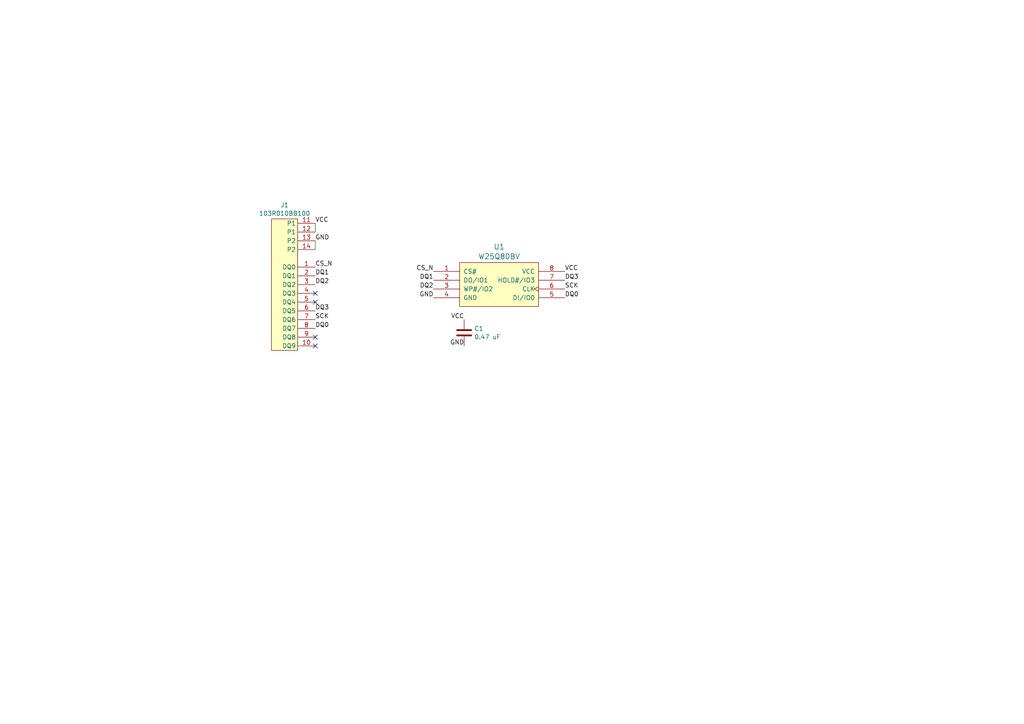
<source format=kicad_sch>
(kicad_sch (version 20231120) (generator "eeschema") (generator_version "8.0")
  (paper "A4")
  (lib_symbols
    (symbol "device:C" (pin_numbers hide) (pin_names (offset 0.254))
      (property "Reference" "C" (at 0.635 2.54 0))
      (property "Value" "C" (at 0.635 -2.54 0))
      (symbol "C_0_1"
        (polyline (pts (xy -2.032 -0.762) (xy 2.032 -0.762)) (stroke (width 0.508)))
        (polyline (pts (xy -2.032 0.762) (xy 2.032 0.762)) (stroke (width 0.508)))
      )
      (symbol "C_1_1"
        (pin passive line (at 0 3.81 270) (length 2.794) (name "~") (number "1"))
        (pin passive line (at 0 -3.81 90) (length 2.794) (name "~") (number "2"))
      )
    )
    (symbol "memory-azonenberg:W25Q80BV" (pin_names (offset 1.016))
      (property "Reference" "U" (at 0 -1.27 0))
      (property "Value" "W25Q80BV" (at 0 -3.81 0))
      (symbol "W25Q80BV_0_1"
        (rectangle (start -11.43 12.7) (end 11.43 0) (fill (type background)))
      )
      (symbol "W25Q80BV_1_1"
        (pin input line (at -19.05 10.16 0) (length 7.62) (name "CS#") (number "1"))
        (pin bidirectional line (at -19.05 7.62 0) (length 7.62) (name "DO/IO1") (number "2"))
        (pin bidirectional line (at -19.05 5.08 0) (length 7.62) (name "WP#/IO2") (number "3"))
        (pin power_in line (at -19.05 2.54 0) (length 7.62) (name "GND") (number "4"))
        (pin bidirectional line (at 19.05 2.54 180) (length 7.62) (name "DI/IO0") (number "5"))
        (pin input clock (at 19.05 5.08 180) (length 7.62) (name "CLK") (number "6"))
        (pin bidirectional line (at 19.05 7.62 180) (length 7.62) (name "HOLD#/IO3") (number "7"))
        (pin power_in line (at 19.05 10.16 180) (length 7.62) (name "VCC") (number "8"))
      )
    )
    (symbol "special-azonenberg:CONN_AMPHENOL_103R010BB100_PWROUT"
      (property "Reference" "J" (at 0 -3.048 0))
      (property "Value" "103R010BB100" (at 0 -1.27 0))
      (symbol "CONN_AMPHENOL_103R010BB100_PWROUT_1_1"
        (rectangle (start 0 38.1) (end 7.62 0) (fill (type background)))
        (pin bidirectional line (at -5.08 24.13 0) (length 5.08) (name "DQ0") (number "1"))
        (pin bidirectional line (at -5.08 1.27 0) (length 5.08) (name "DQ9") (number "10"))
        (pin power_out line (at -5.08 36.83 0) (length 5.08) (name "P1") (number "11"))
        (pin power_in line (at -5.08 34.29 0) (length 5.08) (name "P1") (number "12"))
        (pin power_out line (at -5.08 31.75 0) (length 5.08) (name "P2") (number "13"))
        (pin power_in line (at -5.08 29.21 0) (length 5.08) (name "P2") (number "14"))
        (pin bidirectional line (at -5.08 21.59 0) (length 5.08) (name "DQ1") (number "2"))
        (pin bidirectional line (at -5.08 19.05 0) (length 5.08) (name "DQ2") (number "3"))
        (pin bidirectional line (at -5.08 16.51 0) (length 5.08) (name "DQ3") (number "4"))
        (pin bidirectional line (at -5.08 13.97 0) (length 5.08) (name "DQ4") (number "5"))
        (pin bidirectional line (at -5.08 11.43 0) (length 5.08) (name "DQ5") (number "6"))
        (pin bidirectional line (at -5.08 8.89 0) (length 5.08) (name "DQ6") (number "7"))
        (pin bidirectional line (at -5.08 6.35 0) (length 5.08) (name "DQ7") (number "8"))
        (pin bidirectional line (at -5.08 3.81 0) (length 5.08) (name "DQ8") (number "9"))
      )
    )
  )
  (no_connect (at 91.44 97.79))
  (no_connect (at 91.44 85.09))
  (no_connect (at 91.44 87.63))
  (no_connect (at 91.44 100.33))
  (wire (pts (xy 91.44 64.77) (xy 91.44 67.31)))
  (wire (pts (xy 91.44 69.85) (xy 91.44 72.39)))
  (label "SCK" (at 91.44 92.71 0))
  (label "GND" (at 134.62 100.33 180))
  (label "SCK" (at 163.83 83.82 0))
  (label "DQ2" (at 125.73 83.82 180))
  (label "DQ2" (at 91.44 82.55 0))
  (label "DQ0" (at 163.83 86.36 0))
  (label "CS_N" (at 91.44 77.47 0))
  (label "DQ3" (at 163.83 81.28 0))
  (label "DQ1" (at 125.73 81.28 180))
  (label "DQ1" (at 91.44 80.01 0))
  (label "VCC" (at 163.83 78.74 0))
  (label "DQ0" (at 91.44 95.25 0))
  (label "GND" (at 125.73 86.36 180))
  (label "VCC" (at 91.44 64.77 0))
  (label "VCC" (at 134.62 92.71 180))
  (label "GND" (at 91.44 69.85 0))
  (label "DQ3" (at 91.44 90.17 0))
  (label "CS_N" (at 125.73 78.74 180))
  (symbol (lib_id "device:C") (at 134.62 96.52 0) (unit 1)
    (property "Reference" "C1" (at 137.541 95.3078 0) (effects (justify left)))
    (property "Value" "0.47 uF" (at 137.541 97.7321 0) (effects (justify left)))
    (property "Footprint" "azonenberg_pcb:EIA_0402_CAP_NOSILK" (effects (hide yes)))
    (property "Description" "Unpolarized capacitor" (effects (hide yes)))
  )
  (symbol (lib_id "memory-azonenberg:W25Q80BV") (at 144.78 88.9 0) (unit 1)
    (property "Reference" "U1" (at 144.78 71.5696 0) (effects (font (size 1.524 1.524))))
    (property "Value" "W25Q80BV" (at 144.78 74.4025 0) (effects (font (size 1.524 1.524))))
    (property "Footprint" "azonenberg_pcb:SOIC_8_3.9MM" (effects (hide yes)))
  )
  (symbol (lib_id "special-azonenberg:CONN_AMPHENOL_103R010BB100_PWROUT") (at 86.36 101.6 0) (mirror y) (unit 1)
    (property "Reference" "J1" (at 82.55 59.4825 0))
    (property "Value" "103R010BB100" (at 82.55 61.9068 0))
    (property "Footprint" "azonenberg_pcb:CONN_AMPHENOL_103R010BB100" (effects (hide yes)))
  )
)
</source>
